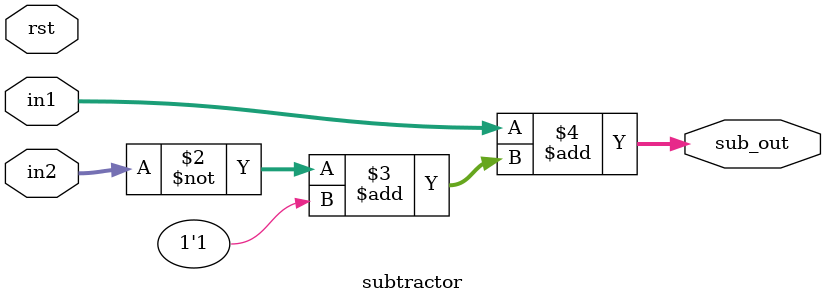
<source format=v>
module subtractor #(
    parameter BITS = 16
) (
    input rst , 
    input [BITS-1 : 0 ] in1 ,
    input [BITS-1 : 0 ] in2 ,
    output reg [BITS-1 : 0 ] sub_out
    //output overflow_flag

);


//assign overflow_flag = (( (in1[BITS-1] == 1'b0 ) && (in2[BITS-1] == 1'b1 ) && (sub_out[BITS-1] == 1'b1 ) )||( (in1[BITS-1] == 1'b1 ) && (in2[BITS-1] == 1'b0 ) && (sub_out[BITS-1] == 1'b0 ) ))?(1'b1):(1'b0);


always @(*) begin
        begin
            sub_out = in1 + (~in2 + 1'b1);
        end
end
    
endmodule


</source>
